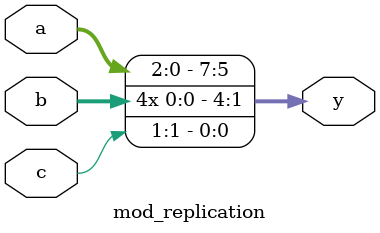
<source format=v>
`timescale 1ns / 1ps

module mod_replication(
output [7:0] y,
input [2:0]a,b,c
    );
assign y = {a, {4{b[0]}}, c[1]};
endmodule
 

</source>
